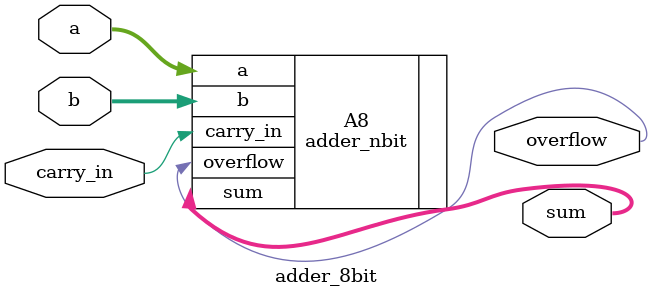
<source format=sv>

module adder_8bit
(
	input wire [7:0] a,
	input wire [7:0] b,
	input wire carry_in,
	output wire [7:0] sum,
	output wire overflow
);
	adder_nbit #(.BIT_WIDTH(8)) A8 (.a(a), .b(b) , .carry_in(carry_in), .sum(sum), .overflow(overflow));
	// STUDENT: Fill in the correct port map with parameter override syntax for using your n-bit ripple carry adder design to be an 8-bit ripple carry adder design
endmodule

</source>
